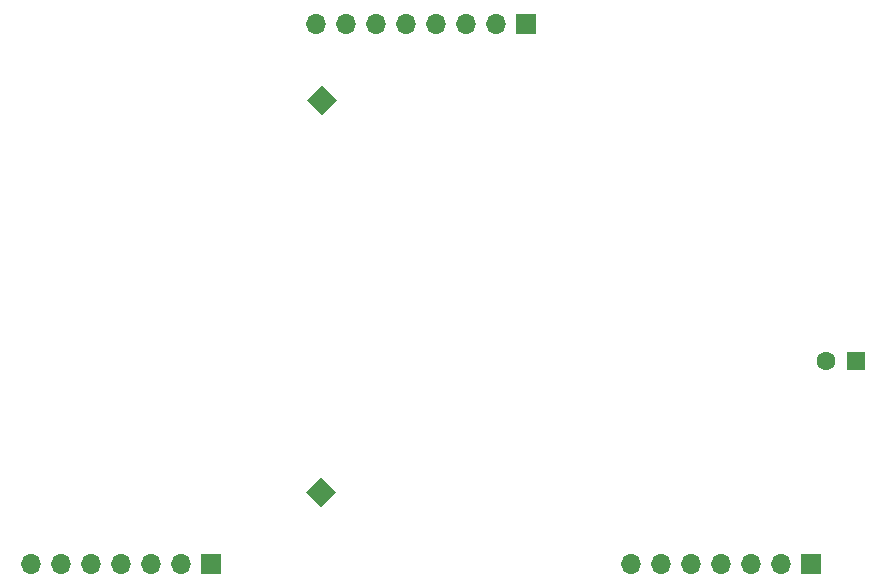
<source format=gbr>
%TF.GenerationSoftware,KiCad,Pcbnew,7.0.2*%
%TF.CreationDate,2023-05-26T00:09:40+09:00*%
%TF.ProjectId,JinBoard,4a696e42-6f61-4726-942e-6b696361645f,rev?*%
%TF.SameCoordinates,Original*%
%TF.FileFunction,Soldermask,Bot*%
%TF.FilePolarity,Negative*%
%FSLAX46Y46*%
G04 Gerber Fmt 4.6, Leading zero omitted, Abs format (unit mm)*
G04 Created by KiCad (PCBNEW 7.0.2) date 2023-05-26 00:09:40*
%MOMM*%
%LPD*%
G01*
G04 APERTURE LIST*
G04 Aperture macros list*
%AMOutline4P*
0 Free polygon, 4 corners , with rotation*
0 The origin of the aperture is its center*
0 number of corners: always 4*
0 $1 to $8 corner X, Y*
0 $9 Rotation angle, in degrees counterclockwise*
0 create outline with 4 corners*
4,1,4,$1,$2,$3,$4,$5,$6,$7,$8,$1,$2,$9*%
G04 Aperture macros list end*
%ADD10R,1.600000X1.600000*%
%ADD11C,1.600000*%
%ADD12R,1.700000X1.700000*%
%ADD13O,1.700000X1.700000*%
%ADD14Outline4P,-1.270000X0.000000X0.000000X1.270000X1.270000X0.000000X0.000000X-1.270000X180.000000*%
G04 APERTURE END LIST*
D10*
%TO.C,C2*%
X184110000Y-109855000D03*
D11*
X181610000Y-109855000D03*
%TD*%
D12*
%TO.C,J1*%
X156195000Y-81280000D03*
D13*
X153655000Y-81280000D03*
X151115000Y-81280000D03*
X148575000Y-81280000D03*
X146035000Y-81280000D03*
X143495000Y-81280000D03*
X140955000Y-81280000D03*
X138415000Y-81280000D03*
%TD*%
D14*
%TO.C,REF\u002A\u002A*%
X138888002Y-87714107D03*
X138863002Y-120889107D03*
%TD*%
D12*
%TO.C,J3*%
X180340000Y-127000000D03*
D13*
X177800000Y-127000000D03*
X175260000Y-127000000D03*
X172720000Y-127000000D03*
X170180000Y-127000000D03*
X167640000Y-127000000D03*
X165100000Y-127000000D03*
%TD*%
D12*
%TO.C,J4*%
X129540000Y-127000000D03*
D13*
X127000000Y-127000000D03*
X124460000Y-127000000D03*
X121920000Y-127000000D03*
X119380000Y-127000000D03*
X116840000Y-127000000D03*
X114300000Y-127000000D03*
%TD*%
M02*

</source>
